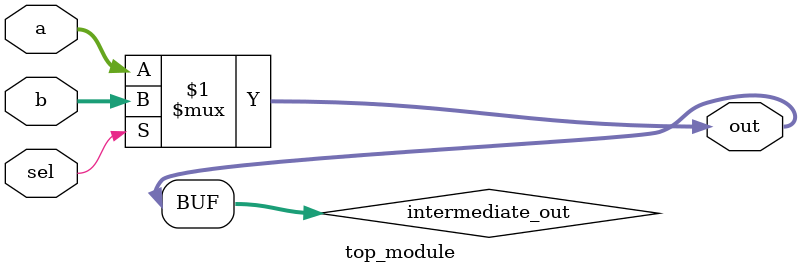
<source format=sv>
module top_module (
	input [99:0] a,
	input [99:0] b,
	input sel,
	output [99:0] out
);

	// Wire for intermediate output
	wire [99:0] intermediate_out;

	// Logic to determine the output
	assign intermediate_out = sel ? b : a;
	assign out = intermediate_out;

endmodule

</source>
